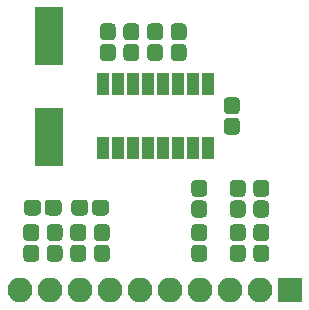
<source format=gts>
G04 #@! TF.GenerationSoftware,KiCad,Pcbnew,(5.1.6)-1*
G04 #@! TF.CreationDate,2020-06-13T20:50:13+02:00*
G04 #@! TF.ProjectId,CS5490_Breakout,43533534-3930-45f4-9272-65616b6f7574,rev?*
G04 #@! TF.SameCoordinates,Original*
G04 #@! TF.FileFunction,Soldermask,Top*
G04 #@! TF.FilePolarity,Negative*
%FSLAX46Y46*%
G04 Gerber Fmt 4.6, Leading zero omitted, Abs format (unit mm)*
G04 Created by KiCad (PCBNEW (5.1.6)-1) date 2020-06-13 20:50:13*
%MOMM*%
%LPD*%
G01*
G04 APERTURE LIST*
%ADD10R,2.400000X4.900000*%
%ADD11R,2.100000X2.100000*%
%ADD12O,2.100000X2.100000*%
%ADD13R,1.000000X1.900000*%
G04 APERTURE END LIST*
G36*
G01*
X150662500Y-101900000D02*
X151337500Y-101900000D01*
G75*
G02*
X151675000Y-102237500I0J-337500D01*
G01*
X151675000Y-103012500D01*
G75*
G02*
X151337500Y-103350000I-337500J0D01*
G01*
X150662500Y-103350000D01*
G75*
G02*
X150325000Y-103012500I0J337500D01*
G01*
X150325000Y-102237500D01*
G75*
G02*
X150662500Y-101900000I337500J0D01*
G01*
G37*
G36*
G01*
X150662500Y-100150000D02*
X151337500Y-100150000D01*
G75*
G02*
X151675000Y-100487500I0J-337500D01*
G01*
X151675000Y-101262500D01*
G75*
G02*
X151337500Y-101600000I-337500J0D01*
G01*
X150662500Y-101600000D01*
G75*
G02*
X150325000Y-101262500I0J337500D01*
G01*
X150325000Y-100487500D01*
G75*
G02*
X150662500Y-100150000I337500J0D01*
G01*
G37*
G36*
G01*
X148662500Y-101900000D02*
X149337500Y-101900000D01*
G75*
G02*
X149675000Y-102237500I0J-337500D01*
G01*
X149675000Y-103012500D01*
G75*
G02*
X149337500Y-103350000I-337500J0D01*
G01*
X148662500Y-103350000D01*
G75*
G02*
X148325000Y-103012500I0J337500D01*
G01*
X148325000Y-102237500D01*
G75*
G02*
X148662500Y-101900000I337500J0D01*
G01*
G37*
G36*
G01*
X148662500Y-100150000D02*
X149337500Y-100150000D01*
G75*
G02*
X149675000Y-100487500I0J-337500D01*
G01*
X149675000Y-101262500D01*
G75*
G02*
X149337500Y-101600000I-337500J0D01*
G01*
X148662500Y-101600000D01*
G75*
G02*
X148325000Y-101262500I0J337500D01*
G01*
X148325000Y-100487500D01*
G75*
G02*
X148662500Y-100150000I337500J0D01*
G01*
G37*
G36*
G01*
X154412500Y-118900000D02*
X155087500Y-118900000D01*
G75*
G02*
X155425000Y-119237500I0J-337500D01*
G01*
X155425000Y-120012500D01*
G75*
G02*
X155087500Y-120350000I-337500J0D01*
G01*
X154412500Y-120350000D01*
G75*
G02*
X154075000Y-120012500I0J337500D01*
G01*
X154075000Y-119237500D01*
G75*
G02*
X154412500Y-118900000I337500J0D01*
G01*
G37*
G36*
G01*
X154412500Y-117150000D02*
X155087500Y-117150000D01*
G75*
G02*
X155425000Y-117487500I0J-337500D01*
G01*
X155425000Y-118262500D01*
G75*
G02*
X155087500Y-118600000I-337500J0D01*
G01*
X154412500Y-118600000D01*
G75*
G02*
X154075000Y-118262500I0J337500D01*
G01*
X154075000Y-117487500D01*
G75*
G02*
X154412500Y-117150000I337500J0D01*
G01*
G37*
G36*
G01*
X159662500Y-118900000D02*
X160337500Y-118900000D01*
G75*
G02*
X160675000Y-119237500I0J-337500D01*
G01*
X160675000Y-120012500D01*
G75*
G02*
X160337500Y-120350000I-337500J0D01*
G01*
X159662500Y-120350000D01*
G75*
G02*
X159325000Y-120012500I0J337500D01*
G01*
X159325000Y-119237500D01*
G75*
G02*
X159662500Y-118900000I337500J0D01*
G01*
G37*
G36*
G01*
X159662500Y-117150000D02*
X160337500Y-117150000D01*
G75*
G02*
X160675000Y-117487500I0J-337500D01*
G01*
X160675000Y-118262500D01*
G75*
G02*
X160337500Y-118600000I-337500J0D01*
G01*
X159662500Y-118600000D01*
G75*
G02*
X159325000Y-118262500I0J337500D01*
G01*
X159325000Y-117487500D01*
G75*
G02*
X159662500Y-117150000I337500J0D01*
G01*
G37*
G36*
G01*
X157662500Y-118900000D02*
X158337500Y-118900000D01*
G75*
G02*
X158675000Y-119237500I0J-337500D01*
G01*
X158675000Y-120012500D01*
G75*
G02*
X158337500Y-120350000I-337500J0D01*
G01*
X157662500Y-120350000D01*
G75*
G02*
X157325000Y-120012500I0J337500D01*
G01*
X157325000Y-119237500D01*
G75*
G02*
X157662500Y-118900000I337500J0D01*
G01*
G37*
G36*
G01*
X157662500Y-117150000D02*
X158337500Y-117150000D01*
G75*
G02*
X158675000Y-117487500I0J-337500D01*
G01*
X158675000Y-118262500D01*
G75*
G02*
X158337500Y-118600000I-337500J0D01*
G01*
X157662500Y-118600000D01*
G75*
G02*
X157325000Y-118262500I0J337500D01*
G01*
X157325000Y-117487500D01*
G75*
G02*
X157662500Y-117150000I337500J0D01*
G01*
G37*
G36*
G01*
X144162500Y-118900000D02*
X144837500Y-118900000D01*
G75*
G02*
X145175000Y-119237500I0J-337500D01*
G01*
X145175000Y-120012500D01*
G75*
G02*
X144837500Y-120350000I-337500J0D01*
G01*
X144162500Y-120350000D01*
G75*
G02*
X143825000Y-120012500I0J337500D01*
G01*
X143825000Y-119237500D01*
G75*
G02*
X144162500Y-118900000I337500J0D01*
G01*
G37*
G36*
G01*
X144162500Y-117150000D02*
X144837500Y-117150000D01*
G75*
G02*
X145175000Y-117487500I0J-337500D01*
G01*
X145175000Y-118262500D01*
G75*
G02*
X144837500Y-118600000I-337500J0D01*
G01*
X144162500Y-118600000D01*
G75*
G02*
X143825000Y-118262500I0J337500D01*
G01*
X143825000Y-117487500D01*
G75*
G02*
X144162500Y-117150000I337500J0D01*
G01*
G37*
G36*
G01*
X142162500Y-118900000D02*
X142837500Y-118900000D01*
G75*
G02*
X143175000Y-119237500I0J-337500D01*
G01*
X143175000Y-120012500D01*
G75*
G02*
X142837500Y-120350000I-337500J0D01*
G01*
X142162500Y-120350000D01*
G75*
G02*
X141825000Y-120012500I0J337500D01*
G01*
X141825000Y-119237500D01*
G75*
G02*
X142162500Y-118900000I337500J0D01*
G01*
G37*
G36*
G01*
X142162500Y-117150000D02*
X142837500Y-117150000D01*
G75*
G02*
X143175000Y-117487500I0J-337500D01*
G01*
X143175000Y-118262500D01*
G75*
G02*
X142837500Y-118600000I-337500J0D01*
G01*
X142162500Y-118600000D01*
G75*
G02*
X141825000Y-118262500I0J337500D01*
G01*
X141825000Y-117487500D01*
G75*
G02*
X142162500Y-117150000I337500J0D01*
G01*
G37*
G36*
G01*
X140857500Y-118600000D02*
X140182500Y-118600000D01*
G75*
G02*
X139845000Y-118262500I0J337500D01*
G01*
X139845000Y-117487500D01*
G75*
G02*
X140182500Y-117150000I337500J0D01*
G01*
X140857500Y-117150000D01*
G75*
G02*
X141195000Y-117487500I0J-337500D01*
G01*
X141195000Y-118262500D01*
G75*
G02*
X140857500Y-118600000I-337500J0D01*
G01*
G37*
G36*
G01*
X140857500Y-120350000D02*
X140182500Y-120350000D01*
G75*
G02*
X139845000Y-120012500I0J337500D01*
G01*
X139845000Y-119237500D01*
G75*
G02*
X140182500Y-118900000I337500J0D01*
G01*
X140857500Y-118900000D01*
G75*
G02*
X141195000Y-119237500I0J-337500D01*
G01*
X141195000Y-120012500D01*
G75*
G02*
X140857500Y-120350000I-337500J0D01*
G01*
G37*
G36*
G01*
X146162500Y-118900000D02*
X146837500Y-118900000D01*
G75*
G02*
X147175000Y-119237500I0J-337500D01*
G01*
X147175000Y-120012500D01*
G75*
G02*
X146837500Y-120350000I-337500J0D01*
G01*
X146162500Y-120350000D01*
G75*
G02*
X145825000Y-120012500I0J337500D01*
G01*
X145825000Y-119237500D01*
G75*
G02*
X146162500Y-118900000I337500J0D01*
G01*
G37*
G36*
G01*
X146162500Y-117150000D02*
X146837500Y-117150000D01*
G75*
G02*
X147175000Y-117487500I0J-337500D01*
G01*
X147175000Y-118262500D01*
G75*
G02*
X146837500Y-118600000I-337500J0D01*
G01*
X146162500Y-118600000D01*
G75*
G02*
X145825000Y-118262500I0J337500D01*
G01*
X145825000Y-117487500D01*
G75*
G02*
X146162500Y-117150000I337500J0D01*
G01*
G37*
G36*
G01*
X157162500Y-108150000D02*
X157837500Y-108150000D01*
G75*
G02*
X158175000Y-108487500I0J-337500D01*
G01*
X158175000Y-109262500D01*
G75*
G02*
X157837500Y-109600000I-337500J0D01*
G01*
X157162500Y-109600000D01*
G75*
G02*
X156825000Y-109262500I0J337500D01*
G01*
X156825000Y-108487500D01*
G75*
G02*
X157162500Y-108150000I337500J0D01*
G01*
G37*
G36*
G01*
X157162500Y-106400000D02*
X157837500Y-106400000D01*
G75*
G02*
X158175000Y-106737500I0J-337500D01*
G01*
X158175000Y-107512500D01*
G75*
G02*
X157837500Y-107850000I-337500J0D01*
G01*
X157162500Y-107850000D01*
G75*
G02*
X156825000Y-107512500I0J337500D01*
G01*
X156825000Y-106737500D01*
G75*
G02*
X157162500Y-106400000I337500J0D01*
G01*
G37*
G36*
G01*
X147337500Y-101600000D02*
X146662500Y-101600000D01*
G75*
G02*
X146325000Y-101262500I0J337500D01*
G01*
X146325000Y-100487500D01*
G75*
G02*
X146662500Y-100150000I337500J0D01*
G01*
X147337500Y-100150000D01*
G75*
G02*
X147675000Y-100487500I0J-337500D01*
G01*
X147675000Y-101262500D01*
G75*
G02*
X147337500Y-101600000I-337500J0D01*
G01*
G37*
G36*
G01*
X147337500Y-103350000D02*
X146662500Y-103350000D01*
G75*
G02*
X146325000Y-103012500I0J337500D01*
G01*
X146325000Y-102237500D01*
G75*
G02*
X146662500Y-101900000I337500J0D01*
G01*
X147337500Y-101900000D01*
G75*
G02*
X147675000Y-102237500I0J-337500D01*
G01*
X147675000Y-103012500D01*
G75*
G02*
X147337500Y-103350000I-337500J0D01*
G01*
G37*
G36*
G01*
X153337500Y-101600000D02*
X152662500Y-101600000D01*
G75*
G02*
X152325000Y-101262500I0J337500D01*
G01*
X152325000Y-100487500D01*
G75*
G02*
X152662500Y-100150000I337500J0D01*
G01*
X153337500Y-100150000D01*
G75*
G02*
X153675000Y-100487500I0J-337500D01*
G01*
X153675000Y-101262500D01*
G75*
G02*
X153337500Y-101600000I-337500J0D01*
G01*
G37*
G36*
G01*
X153337500Y-103350000D02*
X152662500Y-103350000D01*
G75*
G02*
X152325000Y-103012500I0J337500D01*
G01*
X152325000Y-102237500D01*
G75*
G02*
X152662500Y-101900000I337500J0D01*
G01*
X153337500Y-101900000D01*
G75*
G02*
X153675000Y-102237500I0J-337500D01*
G01*
X153675000Y-103012500D01*
G75*
G02*
X153337500Y-103350000I-337500J0D01*
G01*
G37*
G36*
G01*
X154412500Y-115150000D02*
X155087500Y-115150000D01*
G75*
G02*
X155425000Y-115487500I0J-337500D01*
G01*
X155425000Y-116262500D01*
G75*
G02*
X155087500Y-116600000I-337500J0D01*
G01*
X154412500Y-116600000D01*
G75*
G02*
X154075000Y-116262500I0J337500D01*
G01*
X154075000Y-115487500D01*
G75*
G02*
X154412500Y-115150000I337500J0D01*
G01*
G37*
G36*
G01*
X154412500Y-113400000D02*
X155087500Y-113400000D01*
G75*
G02*
X155425000Y-113737500I0J-337500D01*
G01*
X155425000Y-114512500D01*
G75*
G02*
X155087500Y-114850000I-337500J0D01*
G01*
X154412500Y-114850000D01*
G75*
G02*
X154075000Y-114512500I0J337500D01*
G01*
X154075000Y-113737500D01*
G75*
G02*
X154412500Y-113400000I337500J0D01*
G01*
G37*
G36*
G01*
X157662500Y-115150000D02*
X158337500Y-115150000D01*
G75*
G02*
X158675000Y-115487500I0J-337500D01*
G01*
X158675000Y-116262500D01*
G75*
G02*
X158337500Y-116600000I-337500J0D01*
G01*
X157662500Y-116600000D01*
G75*
G02*
X157325000Y-116262500I0J337500D01*
G01*
X157325000Y-115487500D01*
G75*
G02*
X157662500Y-115150000I337500J0D01*
G01*
G37*
G36*
G01*
X157662500Y-113400000D02*
X158337500Y-113400000D01*
G75*
G02*
X158675000Y-113737500I0J-337500D01*
G01*
X158675000Y-114512500D01*
G75*
G02*
X158337500Y-114850000I-337500J0D01*
G01*
X157662500Y-114850000D01*
G75*
G02*
X157325000Y-114512500I0J337500D01*
G01*
X157325000Y-113737500D01*
G75*
G02*
X157662500Y-113400000I337500J0D01*
G01*
G37*
G36*
G01*
X160337500Y-114850000D02*
X159662500Y-114850000D01*
G75*
G02*
X159325000Y-114512500I0J337500D01*
G01*
X159325000Y-113737500D01*
G75*
G02*
X159662500Y-113400000I337500J0D01*
G01*
X160337500Y-113400000D01*
G75*
G02*
X160675000Y-113737500I0J-337500D01*
G01*
X160675000Y-114512500D01*
G75*
G02*
X160337500Y-114850000I-337500J0D01*
G01*
G37*
G36*
G01*
X160337500Y-116600000D02*
X159662500Y-116600000D01*
G75*
G02*
X159325000Y-116262500I0J337500D01*
G01*
X159325000Y-115487500D01*
G75*
G02*
X159662500Y-115150000I337500J0D01*
G01*
X160337500Y-115150000D01*
G75*
G02*
X160675000Y-115487500I0J-337500D01*
G01*
X160675000Y-116262500D01*
G75*
G02*
X160337500Y-116600000I-337500J0D01*
G01*
G37*
G36*
G01*
X141650000Y-116087500D02*
X141650000Y-115412500D01*
G75*
G02*
X141987500Y-115075000I337500J0D01*
G01*
X142762500Y-115075000D01*
G75*
G02*
X143100000Y-115412500I0J-337500D01*
G01*
X143100000Y-116087500D01*
G75*
G02*
X142762500Y-116425000I-337500J0D01*
G01*
X141987500Y-116425000D01*
G75*
G02*
X141650000Y-116087500I0J337500D01*
G01*
G37*
G36*
G01*
X139900000Y-116087500D02*
X139900000Y-115412500D01*
G75*
G02*
X140237500Y-115075000I337500J0D01*
G01*
X141012500Y-115075000D01*
G75*
G02*
X141350000Y-115412500I0J-337500D01*
G01*
X141350000Y-116087500D01*
G75*
G02*
X141012500Y-116425000I-337500J0D01*
G01*
X140237500Y-116425000D01*
G75*
G02*
X139900000Y-116087500I0J337500D01*
G01*
G37*
G36*
G01*
X145650000Y-116087500D02*
X145650000Y-115412500D01*
G75*
G02*
X145987500Y-115075000I337500J0D01*
G01*
X146762500Y-115075000D01*
G75*
G02*
X147100000Y-115412500I0J-337500D01*
G01*
X147100000Y-116087500D01*
G75*
G02*
X146762500Y-116425000I-337500J0D01*
G01*
X145987500Y-116425000D01*
G75*
G02*
X145650000Y-116087500I0J337500D01*
G01*
G37*
G36*
G01*
X143900000Y-116087500D02*
X143900000Y-115412500D01*
G75*
G02*
X144237500Y-115075000I337500J0D01*
G01*
X145012500Y-115075000D01*
G75*
G02*
X145350000Y-115412500I0J-337500D01*
G01*
X145350000Y-116087500D01*
G75*
G02*
X145012500Y-116425000I-337500J0D01*
G01*
X144237500Y-116425000D01*
G75*
G02*
X143900000Y-116087500I0J337500D01*
G01*
G37*
D10*
X142000000Y-101250000D03*
X142000000Y-109750000D03*
D11*
X162410000Y-122750000D03*
D12*
X159870000Y-122750000D03*
X157330000Y-122750000D03*
X154790000Y-122750000D03*
X152250000Y-122750000D03*
X149710000Y-122750000D03*
X147170000Y-122750000D03*
X144630000Y-122750000D03*
X142090000Y-122750000D03*
X139550000Y-122750000D03*
D13*
X146555000Y-110700000D03*
X147825000Y-110700000D03*
X149095000Y-110700000D03*
X150365000Y-110700000D03*
X151635000Y-110700000D03*
X152905000Y-110700000D03*
X154175000Y-110700000D03*
X155445000Y-110700000D03*
X155445000Y-105300000D03*
X154175000Y-105300000D03*
X152905000Y-105300000D03*
X151635000Y-105300000D03*
X150365000Y-105300000D03*
X149095000Y-105300000D03*
X147825000Y-105300000D03*
X146555000Y-105300000D03*
M02*

</source>
